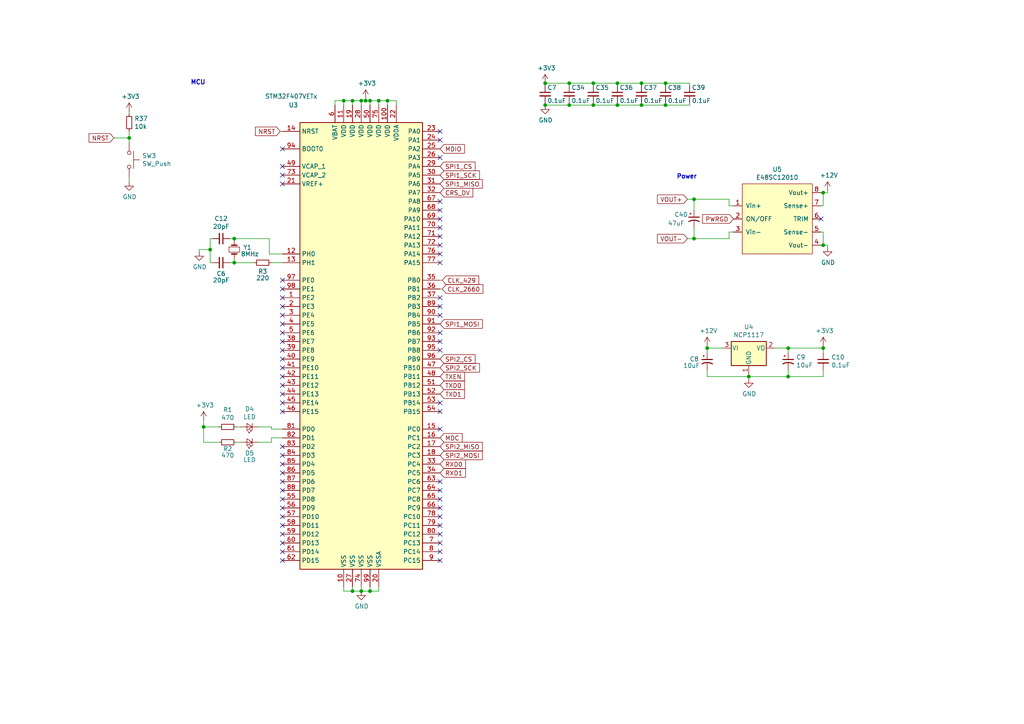
<source format=kicad_sch>
(kicad_sch (version 20211123) (generator eeschema)
  (paper "A4")
  (title_block (title "PoE Stepper Driver") (date "2022-02-22") (rev "1.0") (company "ECE445"))
  (lib_symbols
    (symbol "ECE445:E48SC12010" (pin_names (offset 1.016))
      (property "Reference" "U" (at 0 3.81 0))
      (property "Value" "E48SC12010" (at 0 1.905 0))
      (symbol "E48SC12010_0_1"
        (rectangle (start 0 0) (end 20.32 -20.32) (fill (type background)))
      )
      (symbol "E48SC12010_1_1"
        (pin power_in line (at -2.54 -6.35 0) (length 2.54) (name "Vin+") (number "1"))
        (pin bidirectional line (at -2.54 -10.16 0) (length 2.54) (name "ON/OFF") (number "2"))
        (pin power_in line (at -2.54 -13.97 0) (length 2.54) (name "Vin-") (number "3"))
        (pin power_out line (at 22.86 -17.78 180) (length 2.54) (name "Vout-") (number "4"))
        (pin bidirectional line (at 22.86 -13.97 180) (length 2.54) (name "Sense-") (number "5"))
        (pin bidirectional line (at 22.86 -10.16 180) (length 2.54) (name "TRIM") (number "6"))
        (pin bidirectional line (at 22.86 -6.35 180) (length 2.54) (name "Sense+") (number "7"))
        (pin power_out line (at 22.86 -2.54 180) (length 2.54) (name "Vout+") (number "8"))
      )
    )
    (symbol "MCU_ST_STM32F4:STM32F407VETx"
      (property "Reference" "U" (at -17.78 64.77 0))
      (property "Value" "STM32F407VETx" (at 12.7 64.77 0))
      (symbol "STM32F407VETx_0_1"
        (rectangle (start -17.78 -66.04) (end 17.78 63.5) (stroke (width 0.254)) (fill (type background)))
      )
      (symbol "STM32F407VETx_1_1"
        (pin bidirectional line (at -22.86 12.7 0) (length 5.08) (name "PE2") (number "1"))
        (pin power_in line (at -5.08 -71.12 90) (length 5.08) (name "VSS") (number "10"))
        (pin power_in line (at 7.62 68.58 270) (length 5.08) (name "VDD") (number "100"))
        (pin power_in line (at -5.08 68.58 270) (length 5.08) (name "VDD") (number "11"))
        (pin input line (at -22.86 25.4 0) (length 5.08) (name "PH0") (number "12"))
        (pin input line (at -22.86 22.86 0) (length 5.08) (name "PH1") (number "13"))
        (pin input line (at -22.86 60.96 0) (length 5.08) (name "NRST") (number "14"))
        (pin bidirectional line (at 22.86 -25.4 180) (length 5.08) (name "PC0") (number "15"))
        (pin bidirectional line (at 22.86 -27.94 180) (length 5.08) (name "PC1") (number "16"))
        (pin bidirectional line (at 22.86 -30.48 180) (length 5.08) (name "PC2") (number "17"))
        (pin bidirectional line (at 22.86 -33.02 180) (length 5.08) (name "PC3") (number "18"))
        (pin power_in line (at -2.54 68.58 270) (length 5.08) (name "VDD") (number "19"))
        (pin bidirectional line (at -22.86 10.16 0) (length 5.08) (name "PE3") (number "2"))
        (pin power_in line (at 5.08 -71.12 90) (length 5.08) (name "VSSA") (number "20"))
        (pin power_in line (at -22.86 45.72 0) (length 5.08) (name "VREF+") (number "21"))
        (pin power_in line (at 10.16 68.58 270) (length 5.08) (name "VDDA") (number "22"))
        (pin bidirectional line (at 22.86 60.96 180) (length 5.08) (name "PA0") (number "23"))
        (pin bidirectional line (at 22.86 58.42 180) (length 5.08) (name "PA1") (number "24"))
        (pin bidirectional line (at 22.86 55.88 180) (length 5.08) (name "PA2") (number "25"))
        (pin bidirectional line (at 22.86 53.34 180) (length 5.08) (name "PA3") (number "26"))
        (pin power_in line (at -2.54 -71.12 90) (length 5.08) (name "VSS") (number "27"))
        (pin power_in line (at 0 68.58 270) (length 5.08) (name "VDD") (number "28"))
        (pin bidirectional line (at 22.86 50.8 180) (length 5.08) (name "PA4") (number "29"))
        (pin bidirectional line (at -22.86 7.62 0) (length 5.08) (name "PE4") (number "3"))
        (pin bidirectional line (at 22.86 48.26 180) (length 5.08) (name "PA5") (number "30"))
        (pin bidirectional line (at 22.86 45.72 180) (length 5.08) (name "PA6") (number "31"))
        (pin bidirectional line (at 22.86 43.18 180) (length 5.08) (name "PA7") (number "32"))
        (pin bidirectional line (at 22.86 -35.56 180) (length 5.08) (name "PC4") (number "33"))
        (pin bidirectional line (at 22.86 -38.1 180) (length 5.08) (name "PC5") (number "34"))
        (pin bidirectional line (at 22.86 17.78 180) (length 5.08) (name "PB0") (number "35"))
        (pin bidirectional line (at 22.86 15.24 180) (length 5.08) (name "PB1") (number "36"))
        (pin bidirectional line (at 22.86 12.7 180) (length 5.08) (name "PB2") (number "37"))
        (pin bidirectional line (at -22.86 0 0) (length 5.08) (name "PE7") (number "38"))
        (pin bidirectional line (at -22.86 -2.54 0) (length 5.08) (name "PE8") (number "39"))
        (pin bidirectional line (at -22.86 5.08 0) (length 5.08) (name "PE5") (number "4"))
        (pin bidirectional line (at -22.86 -5.08 0) (length 5.08) (name "PE9") (number "40"))
        (pin bidirectional line (at -22.86 -7.62 0) (length 5.08) (name "PE10") (number "41"))
        (pin bidirectional line (at -22.86 -10.16 0) (length 5.08) (name "PE11") (number "42"))
        (pin bidirectional line (at -22.86 -12.7 0) (length 5.08) (name "PE12") (number "43"))
        (pin bidirectional line (at -22.86 -15.24 0) (length 5.08) (name "PE13") (number "44"))
        (pin bidirectional line (at -22.86 -17.78 0) (length 5.08) (name "PE14") (number "45"))
        (pin bidirectional line (at -22.86 -20.32 0) (length 5.08) (name "PE15") (number "46"))
        (pin bidirectional line (at 22.86 -7.62 180) (length 5.08) (name "PB10") (number "47"))
        (pin bidirectional line (at 22.86 -10.16 180) (length 5.08) (name "PB11") (number "48"))
        (pin power_in line (at -22.86 50.8 0) (length 5.08) (name "VCAP_1") (number "49"))
        (pin bidirectional line (at -22.86 2.54 0) (length 5.08) (name "PE6") (number "5"))
        (pin power_in line (at 2.54 68.58 270) (length 5.08) (name "VDD") (number "50"))
        (pin bidirectional line (at 22.86 -12.7 180) (length 5.08) (name "PB12") (number "51"))
        (pin bidirectional line (at 22.86 -15.24 180) (length 5.08) (name "PB13") (number "52"))
        (pin bidirectional line (at 22.86 -17.78 180) (length 5.08) (name "PB14") (number "53"))
        (pin bidirectional line (at 22.86 -20.32 180) (length 5.08) (name "PB15") (number "54"))
        (pin bidirectional line (at -22.86 -45.72 0) (length 5.08) (name "PD8") (number "55"))
        (pin bidirectional line (at -22.86 -48.26 0) (length 5.08) (name "PD9") (number "56"))
        (pin bidirectional line (at -22.86 -50.8 0) (length 5.08) (name "PD10") (number "57"))
        (pin bidirectional line (at -22.86 -53.34 0) (length 5.08) (name "PD11") (number "58"))
        (pin bidirectional line (at -22.86 -55.88 0) (length 5.08) (name "PD12") (number "59"))
        (pin power_in line (at -7.62 68.58 270) (length 5.08) (name "VBAT") (number "6"))
        (pin bidirectional line (at -22.86 -58.42 0) (length 5.08) (name "PD13") (number "60"))
        (pin bidirectional line (at -22.86 -60.96 0) (length 5.08) (name "PD14") (number "61"))
        (pin bidirectional line (at -22.86 -63.5 0) (length 5.08) (name "PD15") (number "62"))
        (pin bidirectional line (at 22.86 -40.64 180) (length 5.08) (name "PC6") (number "63"))
        (pin bidirectional line (at 22.86 -43.18 180) (length 5.08) (name "PC7") (number "64"))
        (pin bidirectional line (at 22.86 -45.72 180) (length 5.08) (name "PC8") (number "65"))
        (pin bidirectional line (at 22.86 -48.26 180) (length 5.08) (name "PC9") (number "66"))
        (pin bidirectional line (at 22.86 40.64 180) (length 5.08) (name "PA8") (number "67"))
        (pin bidirectional line (at 22.86 38.1 180) (length 5.08) (name "PA9") (number "68"))
        (pin bidirectional line (at 22.86 35.56 180) (length 5.08) (name "PA10") (number "69"))
        (pin bidirectional line (at 22.86 -58.42 180) (length 5.08) (name "PC13") (number "7"))
        (pin bidirectional line (at 22.86 33.02 180) (length 5.08) (name "PA11") (number "70"))
        (pin bidirectional line (at 22.86 30.48 180) (length 5.08) (name "PA12") (number "71"))
        (pin bidirectional line (at 22.86 27.94 180) (length 5.08) (name "PA13") (number "72"))
        (pin power_in line (at -22.86 48.26 0) (length 5.08) (name "VCAP_2") (number "73"))
        (pin power_in line (at 0 -71.12 90) (length 5.08) (name "VSS") (number "74"))
        (pin power_in line (at 5.08 68.58 270) (length 5.08) (name "VDD") (number "75"))
        (pin bidirectional line (at 22.86 25.4 180) (length 5.08) (name "PA14") (number "76"))
        (pin bidirectional line (at 22.86 22.86 180) (length 5.08) (name "PA15") (number "77"))
        (pin bidirectional line (at 22.86 -50.8 180) (length 5.08) (name "PC10") (number "78"))
        (pin bidirectional line (at 22.86 -53.34 180) (length 5.08) (name "PC11") (number "79"))
        (pin bidirectional line (at 22.86 -60.96 180) (length 5.08) (name "PC14") (number "8"))
        (pin bidirectional line (at 22.86 -55.88 180) (length 5.08) (name "PC12") (number "80"))
        (pin bidirectional line (at -22.86 -25.4 0) (length 5.08) (name "PD0") (number "81"))
        (pin bidirectional line (at -22.86 -27.94 0) (length 5.08) (name "PD1") (number "82"))
        (pin bidirectional line (at -22.86 -30.48 0) (length 5.08) (name "PD2") (number "83"))
        (pin bidirectional line (at -22.86 -33.02 0) (length 5.08) (name "PD3") (number "84"))
        (pin bidirectional line (at -22.86 -35.56 0) (length 5.08) (name "PD4") (number "85"))
        (pin bidirectional line (at -22.86 -38.1 0) (length 5.08) (name "PD5") (number "86"))
        (pin bidirectional line (at -22.86 -40.64 0) (length 5.08) (name "PD6") (number "87"))
        (pin bidirectional line (at -22.86 -43.18 0) (length 5.08) (name "PD7") (number "88"))
        (pin bidirectional line (at 22.86 10.16 180) (length 5.08) (name "PB3") (number "89"))
        (pin bidirectional line (at 22.86 -63.5 180) (length 5.08) (name "PC15") (number "9"))
        (pin bidirectional line (at 22.86 7.62 180) (length 5.08) (name "PB4") (number "90"))
        (pin bidirectional line (at 22.86 5.08 180) (length 5.08) (name "PB5") (number "91"))
        (pin bidirectional line (at 22.86 2.54 180) (length 5.08) (name "PB6") (number "92"))
        (pin bidirectional line (at 22.86 0 180) (length 5.08) (name "PB7") (number "93"))
        (pin input line (at -22.86 55.88 0) (length 5.08) (name "BOOT0") (number "94"))
        (pin bidirectional line (at 22.86 -2.54 180) (length 5.08) (name "PB8") (number "95"))
        (pin bidirectional line (at 22.86 -5.08 180) (length 5.08) (name "PB9") (number "96"))
        (pin bidirectional line (at -22.86 17.78 0) (length 5.08) (name "PE0") (number "97"))
        (pin bidirectional line (at -22.86 15.24 0) (length 5.08) (name "PE1") (number "98"))
        (pin power_in line (at 2.54 -71.12 90) (length 5.08) (name "VSS") (number "99"))
      )
    )
    (symbol "Regulator_Linear:NCP1117-3.3_SOT223" (pin_names (offset 0.254))
      (property "Reference" "U" (at -3.81 3.175 0))
      (property "Value" "NCP1117-3.3_SOT223" (at 0 3.175 0))
      (symbol "NCP1117-3.3_SOT223_0_1"
        (rectangle (start -5.08 -5.08) (end 5.08 1.905) (stroke (width 0.254)) (fill (type background)))
      )
      (symbol "NCP1117-3.3_SOT223_1_1"
        (pin power_in line (at 0 -7.62 90) (length 2.54) (name "GND") (number "1"))
        (pin power_out line (at 7.62 0 180) (length 2.54) (name "VO") (number "2"))
        (pin power_in line (at -7.62 0 0) (length 2.54) (name "VI") (number "3"))
      )
    )
    (symbol "Switch:SW_Push" (pin_numbers hide) (pin_names (offset 1.016) hide)
      (property "Reference" "SW" (at 1.27 2.54 0))
      (property "Value" "SW_Push" (at 0 -1.524 0))
      (symbol "SW_Push_0_1"
        (circle (center -2.032 0) (radius 0.508))
        (polyline (pts (xy 0 1.27) (xy 0 3.048)))
        (polyline (pts (xy 2.54 1.27) (xy -2.54 1.27)))
        (circle (center 2.032 0) (radius 0.508))
        (pin passive line (at -5.08 0 0) (length 2.54) (name "1") (number "1"))
        (pin passive line (at 5.08 0 180) (length 2.54) (name "2") (number "2"))
      )
    )
    (symbol "device:CP1_Small" (pin_numbers hide) (pin_names (offset 0.254) hide)
      (property "Reference" "C" (at 0.254 1.778 0))
      (property "Value" "device_CP1_Small" (at 0.254 -2.032 0))
      (symbol "CP1_Small_0_1"
        (polyline (pts (xy -1.524 0.508) (xy 1.524 0.508)) (stroke (width 0.3048)))
        (polyline (pts (xy -1.27 1.524) (xy -0.762 1.524)))
        (polyline (pts (xy -1.016 1.27) (xy -1.016 1.778)))
        (arc (start 1.524 -0.762) (mid 0 -0.3734) (end -1.524 -0.762) (stroke (width 0.3048)))
      )
      (symbol "CP1_Small_1_1"
        (pin passive line (at 0 2.54 270) (length 2.032) (name "~") (number "1"))
        (pin passive line (at 0 -2.54 90) (length 2.032) (name "~") (number "2"))
      )
    )
    (symbol "device:C_Small" (pin_numbers hide) (pin_names (offset 0.254) hide)
      (property "Reference" "C" (at 0.254 1.778 0))
      (property "Value" "device_C_Small" (at 0.254 -2.032 0))
      (symbol "C_Small_0_1"
        (polyline (pts (xy -1.524 -0.508) (xy 1.524 -0.508)) (stroke (width 0.3302)))
        (polyline (pts (xy -1.524 0.508) (xy 1.524 0.508)) (stroke (width 0.3048)))
      )
      (symbol "C_Small_1_1"
        (pin passive line (at 0 2.54 270) (length 2.032) (name "~") (number "1"))
        (pin passive line (at 0 -2.54 90) (length 2.032) (name "~") (number "2"))
      )
    )
    (symbol "device:Crystal_Small" (pin_numbers hide) (pin_names (offset 1.016) hide)
      (property "Reference" "Y" (at 0 2.54 0))
      (property "Value" "device_Crystal_Small" (at 0 -2.54 0))
      (symbol "Crystal_Small_0_1"
        (rectangle (start -0.762 -1.524) (end 0.762 1.524))
        (polyline (pts (xy -1.27 -0.762) (xy -1.27 0.762)) (stroke (width 0.381)))
        (polyline (pts (xy 1.27 -0.762) (xy 1.27 0.762)) (stroke (width 0.381)))
      )
      (symbol "Crystal_Small_1_1"
        (pin passive line (at -2.54 0 0) (length 1.27) (name "1") (number "1"))
        (pin passive line (at 2.54 0 180) (length 1.27) (name "2") (number "2"))
      )
    )
    (symbol "device:LED_Small" (pin_numbers hide) (pin_names (offset 0.254) hide)
      (property "Reference" "D" (at -1.27 3.175 0))
      (property "Value" "device_LED_Small" (at -4.445 -2.54 0))
      (symbol "LED_Small_0_1"
        (polyline (pts (xy -0.762 -1.016) (xy -0.762 1.016)))
        (polyline (pts (xy 1.016 0) (xy -0.762 0)))
        (polyline (pts (xy 0.762 -1.016) (xy -0.762 0) (xy 0.762 1.016) (xy 0.762 -1.016)))
        (polyline (pts (xy 0 0.762) (xy -0.508 1.27) (xy -0.254 1.27) (xy -0.508 1.27) (xy -0.508 1.016)))
        (polyline (pts (xy 0.508 1.27) (xy 0 1.778) (xy 0.254 1.778) (xy 0 1.778) (xy 0 1.524)))
      )
      (symbol "LED_Small_1_1"
        (pin passive line (at -2.54 0 0) (length 1.778) (name "K") (number "1"))
        (pin passive line (at 2.54 0 180) (length 1.778) (name "A") (number "2"))
      )
    )
    (symbol "device:R_Small" (pin_numbers hide) (pin_names (offset 0.254) hide)
      (property "Reference" "R" (at 0.762 0.508 0))
      (property "Value" "device_R_Small" (at 0.762 -1.016 0))
      (symbol "R_Small_0_1"
        (rectangle (start -0.762 1.778) (end 0.762 -1.778) (stroke (width 0.2032)))
      )
      (symbol "R_Small_1_1"
        (pin passive line (at 0 2.54 270) (length 0.762) (name "~") (number "1"))
        (pin passive line (at 0 -2.54 90) (length 0.762) (name "~") (number "2"))
      )
    )
    (symbol "power:+12V" (power) (pin_names (offset 0))
      (property "Value" "+12V" (at 0 3.556 0))
      (symbol "+12V_0_1"
        (polyline (pts (xy -0.762 1.27) (xy 0 2.54)))
        (polyline (pts (xy 0 0) (xy 0 2.54)))
        (polyline (pts (xy 0 2.54) (xy 0.762 1.27)))
      )
      (symbol "+12V_1_1"
        (pin power_in line (at 0 0 90) (length 0) hide (name "+12V") (number "1"))
      )
    )
    (symbol "power:+3V3" (power) (pin_names (offset 0))
      (property "Value" "+3V3" (at 0 3.556 0))
      (symbol "+3V3_0_1"
        (polyline (pts (xy -0.762 1.27) (xy 0 2.54)))
        (polyline (pts (xy 0 0) (xy 0 2.54)))
        (polyline (pts (xy 0 2.54) (xy 0.762 1.27)))
      )
      (symbol "+3V3_1_1"
        (pin power_in line (at 0 0 90) (length 0) hide (name "+3V3") (number "1"))
      )
    )
    (symbol "power:GND" (power) (pin_names (offset 0))
      (property "Value" "GND" (at 0 -3.81 0))
      (symbol "GND_0_1"
        (polyline (pts (xy 0 0) (xy 0 -1.27) (xy 1.27 -1.27) (xy 0 -2.54) (xy -1.27 -1.27) (xy 0 -1.27)))
      )
      (symbol "GND_1_1"
        (pin power_in line (at 0 0 270) (length 0) hide (name "GND") (number "1"))
      )
    )
  )
  (junction (at 201.295 69.215))
  (junction (at 99.695 29.21))
  (junction (at 107.315 29.21))
  (junction (at 228.6 100.965))
  (junction (at 217.17 109.22))
  (junction (at 238.76 55.88))
  (junction (at 172.085 30.48))
  (junction (at 193.04 30.48))
  (junction (at 102.235 29.21))
  (junction (at 67.945 76.2))
  (junction (at 179.07 30.48))
  (junction (at 201.295 57.785))
  (junction (at 102.235 171.45))
  (junction (at 109.855 29.21))
  (junction (at 179.07 24.13))
  (junction (at 158.115 30.48))
  (junction (at 205.105 100.965))
  (junction (at 158.115 24.13))
  (junction (at 238.76 100.965))
  (junction (at 60.96 72.39))
  (junction (at 106.045 29.21))
  (junction (at 186.055 30.48))
  (junction (at 104.775 29.21))
  (junction (at 228.6 109.22))
  (junction (at 165.1 30.48))
  (junction (at 104.775 171.45))
  (junction (at 193.04 24.13))
  (junction (at 59.055 123.825))
  (junction (at 172.085 24.13))
  (junction (at 186.055 24.13))
  (junction (at 37.465 40.005))
  (junction (at 107.315 171.45))
  (junction (at 112.395 29.21))
  (junction (at 67.945 69.215))
  (junction (at 165.1 24.13))
  (junction (at 238.76 71.12))
  (no_connect (at 238.125 63.5))
  (no_connect (at 81.915 106.68))
  (no_connect (at 127.635 88.9))
  (no_connect (at 127.635 86.36))
  (no_connect (at 81.915 142.24))
  (no_connect (at 127.635 101.6))
  (no_connect (at 81.915 104.14))
  (no_connect (at 81.915 129.54))
  (no_connect (at 81.915 137.16))
  (no_connect (at 127.635 144.78))
  (no_connect (at 127.635 40.64))
  (no_connect (at 81.915 53.34))
  (no_connect (at 81.915 114.3))
  (no_connect (at 127.635 96.52))
  (no_connect (at 81.915 152.4))
  (no_connect (at 127.635 116.84))
  (no_connect (at 81.915 160.02))
  (no_connect (at 127.635 60.96))
  (no_connect (at 81.915 157.48))
  (no_connect (at 127.635 73.66))
  (no_connect (at 127.635 63.5))
  (no_connect (at 81.915 93.98))
  (no_connect (at 81.915 144.78))
  (no_connect (at 81.915 81.28))
  (no_connect (at 81.915 147.32))
  (no_connect (at 81.915 134.62))
  (no_connect (at 127.635 139.7))
  (no_connect (at 127.635 157.48))
  (no_connect (at 127.635 124.46))
  (no_connect (at 127.635 99.06))
  (no_connect (at 127.635 66.04))
  (no_connect (at 127.635 160.02))
  (no_connect (at 127.635 71.12))
  (no_connect (at 81.915 139.7))
  (no_connect (at 81.915 119.38))
  (no_connect (at 127.635 149.86))
  (no_connect (at 81.915 50.8))
  (no_connect (at 81.915 101.6))
  (no_connect (at 127.635 142.24))
  (no_connect (at 127.635 154.94))
  (no_connect (at 81.915 111.76))
  (no_connect (at 81.915 116.84))
  (no_connect (at 81.915 149.86))
  (no_connect (at 127.635 38.1))
  (no_connect (at 127.635 68.58))
  (no_connect (at 127.635 58.42))
  (no_connect (at 81.915 162.56))
  (no_connect (at 127.635 152.4))
  (no_connect (at 81.915 86.36))
  (no_connect (at 81.915 43.18))
  (no_connect (at 81.915 154.94))
  (no_connect (at 81.915 132.08))
  (no_connect (at 81.915 99.06))
  (no_connect (at 81.915 48.26))
  (no_connect (at 127.635 91.44))
  (no_connect (at 81.915 109.22))
  (no_connect (at 81.915 96.52))
  (no_connect (at 127.635 45.72))
  (no_connect (at 81.915 88.9))
  (no_connect (at 127.635 147.32))
  (no_connect (at 127.635 119.38))
  (no_connect (at 127.635 162.56))
  (no_connect (at 81.915 91.44))
  (no_connect (at 127.635 76.2))
  (no_connect (at 81.915 83.82))
  (wire (pts (xy 60.96 72.39) (xy 60.96 76.2)))
  (wire (pts (xy 60.96 69.215) (xy 60.96 72.39)))
  (wire (pts (xy 201.295 69.215) (xy 211.455 69.215)))
  (wire (pts (xy 201.295 57.785) (xy 211.455 57.785)))
  (wire (pts (xy 78.105 73.66) (xy 81.915 73.66)))
  (wire (pts (xy 193.04 24.13) (xy 200.025 24.13)))
  (wire (pts (xy 238.76 100.965) (xy 238.76 100.33)))
  (wire (pts (xy 107.315 171.45) (xy 104.775 171.45)))
  (wire (pts (xy 102.235 30.48) (xy 102.235 29.21)))
  (wire (pts (xy 66.675 76.2) (xy 67.945 76.2)))
  (wire (pts (xy 68.58 123.825) (xy 69.85 123.825)))
  (wire (pts (xy 179.07 24.13) (xy 179.07 24.765)))
  (wire (pts (xy 37.465 40.005) (xy 37.465 41.275)))
  (wire (pts (xy 106.045 29.21) (xy 107.315 29.21)))
  (wire (pts (xy 158.115 29.845) (xy 158.115 30.48)))
  (wire (pts (xy 99.695 29.21) (xy 102.235 29.21)))
  (wire (pts (xy 240.03 55.88) (xy 240.03 55.245)))
  (wire (pts (xy 172.085 24.13) (xy 179.07 24.13)))
  (wire (pts (xy 67.945 74.93) (xy 67.945 76.2)))
  (wire (pts (xy 78.74 123.825) (xy 78.74 124.46)))
  (wire (pts (xy 238.76 59.69) (xy 238.125 59.69)))
  (wire (pts (xy 109.855 29.21) (xy 107.315 29.21)))
  (wire (pts (xy 205.105 100.965) (xy 205.105 102.235)))
  (wire (pts (xy 172.085 24.13) (xy 172.085 24.765)))
  (wire (pts (xy 201.295 57.785) (xy 201.295 60.96)))
  (wire (pts (xy 200.025 30.48) (xy 193.04 30.48)))
  (wire (pts (xy 33.02 40.005) (xy 37.465 40.005)))
  (wire (pts (xy 172.085 30.48) (xy 179.07 30.48)))
  (wire (pts (xy 240.03 71.12) (xy 240.03 71.755)))
  (wire (pts (xy 112.395 30.48) (xy 112.395 29.21)))
  (wire (pts (xy 114.935 29.21) (xy 112.395 29.21)))
  (wire (pts (xy 217.17 108.585) (xy 217.17 109.22)))
  (wire (pts (xy 228.6 100.965) (xy 228.6 102.235)))
  (wire (pts (xy 228.6 100.965) (xy 238.76 100.965)))
  (wire (pts (xy 238.76 100.965) (xy 238.76 102.235)))
  (wire (pts (xy 238.125 67.31) (xy 238.76 67.31)))
  (wire (pts (xy 107.315 170.18) (xy 107.315 171.45)))
  (wire (pts (xy 114.935 30.48) (xy 114.935 29.21)))
  (wire (pts (xy 99.695 30.48) (xy 99.695 29.21)))
  (wire (pts (xy 205.105 100.33) (xy 205.105 100.965)))
  (wire (pts (xy 165.1 30.48) (xy 172.085 30.48)))
  (wire (pts (xy 193.04 30.48) (xy 193.04 29.845)))
  (wire (pts (xy 199.39 69.215) (xy 201.295 69.215)))
  (wire (pts (xy 238.76 55.88) (xy 240.03 55.88)))
  (wire (pts (xy 66.675 69.215) (xy 67.945 69.215)))
  (wire (pts (xy 238.76 67.31) (xy 238.76 71.12)))
  (wire (pts (xy 238.125 55.88) (xy 238.76 55.88)))
  (wire (pts (xy 238.76 109.22) (xy 238.76 107.315)))
  (wire (pts (xy 158.115 24.13) (xy 158.115 24.765)))
  (wire (pts (xy 211.455 59.69) (xy 212.725 59.69)))
  (wire (pts (xy 172.085 30.48) (xy 172.085 29.845)))
  (wire (pts (xy 68.58 128.27) (xy 69.85 128.27)))
  (wire (pts (xy 228.6 109.22) (xy 228.6 107.315)))
  (wire (pts (xy 99.695 171.45) (xy 102.235 171.45)))
  (wire (pts (xy 158.115 30.48) (xy 165.1 30.48)))
  (wire (pts (xy 61.595 69.215) (xy 60.96 69.215)))
  (wire (pts (xy 211.455 57.785) (xy 211.455 59.69)))
  (wire (pts (xy 37.465 32.385) (xy 37.465 33.02)))
  (wire (pts (xy 97.155 30.48) (xy 97.155 29.21)))
  (wire (pts (xy 109.855 30.48) (xy 109.855 29.21)))
  (wire (pts (xy 200.025 24.13) (xy 200.025 24.765)))
  (wire (pts (xy 67.945 69.215) (xy 78.105 69.215)))
  (wire (pts (xy 60.96 76.2) (xy 61.595 76.2)))
  (wire (pts (xy 217.17 109.22) (xy 228.6 109.22)))
  (wire (pts (xy 205.105 107.315) (xy 205.105 109.22)))
  (wire (pts (xy 228.6 109.22) (xy 238.76 109.22)))
  (wire (pts (xy 186.055 24.13) (xy 186.055 24.765)))
  (wire (pts (xy 78.74 76.2) (xy 81.915 76.2)))
  (wire (pts (xy 200.025 29.845) (xy 200.025 30.48)))
  (wire (pts (xy 67.945 69.85) (xy 67.945 69.215)))
  (wire (pts (xy 193.04 24.13) (xy 193.04 24.765)))
  (wire (pts (xy 37.465 51.435) (xy 37.465 52.705)))
  (wire (pts (xy 109.855 171.45) (xy 107.315 171.45)))
  (wire (pts (xy 81.28 38.1) (xy 81.915 38.1)))
  (wire (pts (xy 74.93 128.27) (xy 78.74 128.27)))
  (wire (pts (xy 127.635 81.28) (xy 128.27 81.28)))
  (wire (pts (xy 201.295 69.215) (xy 201.295 66.04)))
  (wire (pts (xy 104.775 29.21) (xy 106.045 29.21)))
  (wire (pts (xy 67.945 76.2) (xy 73.66 76.2)))
  (wire (pts (xy 78.105 69.215) (xy 78.105 73.66)))
  (wire (pts (xy 217.17 109.22) (xy 217.17 109.855)))
  (wire (pts (xy 186.055 24.13) (xy 193.04 24.13)))
  (wire (pts (xy 165.1 24.13) (xy 165.1 24.765)))
  (wire (pts (xy 59.055 128.27) (xy 63.5 128.27)))
  (wire (pts (xy 57.785 73.025) (xy 57.785 72.39)))
  (wire (pts (xy 238.76 55.88) (xy 238.76 59.69)))
  (wire (pts (xy 78.74 127) (xy 81.915 127)))
  (wire (pts (xy 59.055 123.825) (xy 59.055 128.27)))
  (wire (pts (xy 102.235 170.18) (xy 102.235 171.45)))
  (wire (pts (xy 37.465 38.1) (xy 37.465 40.005)))
  (wire (pts (xy 211.455 69.215) (xy 211.455 67.31)))
  (wire (pts (xy 165.1 24.13) (xy 172.085 24.13)))
  (wire (pts (xy 78.74 128.27) (xy 78.74 127)))
  (wire (pts (xy 209.55 100.965) (xy 205.105 100.965)))
  (wire (pts (xy 102.235 29.21) (xy 104.775 29.21)))
  (wire (pts (xy 74.93 123.825) (xy 78.74 123.825)))
  (wire (pts (xy 211.455 67.31) (xy 212.725 67.31)))
  (wire (pts (xy 179.07 30.48) (xy 186.055 30.48)))
  (wire (pts (xy 179.07 30.48) (xy 179.07 29.845)))
  (wire (pts (xy 199.39 57.785) (xy 201.295 57.785)))
  (wire (pts (xy 104.775 170.18) (xy 104.775 171.45)))
  (wire (pts (xy 158.115 24.13) (xy 165.1 24.13)))
  (wire (pts (xy 186.055 30.48) (xy 193.04 30.48)))
  (wire (pts (xy 99.695 170.18) (xy 99.695 171.45)))
  (wire (pts (xy 186.055 30.48) (xy 186.055 29.845)))
  (wire (pts (xy 106.045 28.575) (xy 106.045 29.21)))
  (wire (pts (xy 238.76 71.12) (xy 238.125 71.12)))
  (wire (pts (xy 102.235 171.45) (xy 104.775 171.45)))
  (wire (pts (xy 63.5 123.825) (xy 59.055 123.825)))
  (wire (pts (xy 165.1 30.48) (xy 165.1 29.845)))
  (wire (pts (xy 224.79 100.965) (xy 228.6 100.965)))
  (wire (pts (xy 97.155 29.21) (xy 99.695 29.21)))
  (wire (pts (xy 59.055 121.92) (xy 59.055 123.825)))
  (wire (pts (xy 109.855 170.18) (xy 109.855 171.45)))
  (wire (pts (xy 205.105 109.22) (xy 217.17 109.22)))
  (wire (pts (xy 57.785 72.39) (xy 60.96 72.39)))
  (wire (pts (xy 112.395 29.21) (xy 109.855 29.21)))
  (wire (pts (xy 107.315 30.48) (xy 107.315 29.21)))
  (wire (pts (xy 78.74 124.46) (xy 81.915 124.46)))
  (wire (pts (xy 179.07 24.13) (xy 186.055 24.13)))
  (wire (pts (xy 104.775 30.48) (xy 104.775 29.21)))
  (wire (pts (xy 238.76 71.12) (xy 240.03 71.12)))
  (wire (pts (xy 127.635 83.82) (xy 128.27 83.82)))
  (text "Power" (at 196.215 52.07 0) (effects (font (size 1.27 1.27) (thickness 0.254) bold) (justify left bottom)))
  (text "MCU" (at 55.245 24.765 0) (effects (font (size 1.27 1.27) (thickness 0.254) bold) (justify left bottom)))
  (global_label "SPI1_MOSI" (shape input) (at 127.635 93.98 0) (property "Intersheet References" "${INTERSHEET_REFS}" (effects hide)))
  (global_label "CLK_2660" (shape input) (at 128.27 83.82 0) (property "Intersheet References" "${INTERSHEET_REFS}" (effects hide)))
  (global_label "SPI2_SCK" (shape input) (at 127.635 106.68 0) (property "Intersheet References" "${INTERSHEET_REFS}" (effects hide)))
  (global_label "VOUT+" (shape input) (at 199.39 57.785 180) (property "Intersheet References" "${INTERSHEET_REFS}" (effects hide)))
  (global_label "CLK_429" (shape input) (at 128.27 81.28 0) (property "Intersheet References" "${INTERSHEET_REFS}" (effects hide)))
  (global_label "TXEN" (shape input) (at 127.635 109.22 0) (property "Intersheet References" "${INTERSHEET_REFS}" (effects hide)))
  (global_label "RXD0" (shape input) (at 127.635 134.62 0) (property "Intersheet References" "${INTERSHEET_REFS}" (effects hide)))
  (global_label "RXD1" (shape input) (at 127.635 137.16 0) (property "Intersheet References" "${INTERSHEET_REFS}" (effects hide)))
  (global_label "SPI1_SCK" (shape input) (at 127.635 50.8 0) (property "Intersheet References" "${INTERSHEET_REFS}" (effects hide)))
  (global_label "SPI2_CS" (shape input) (at 127.635 104.14 0) (property "Intersheet References" "${INTERSHEET_REFS}" (effects hide)))
  (global_label "NRST" (shape input) (at 81.28 38.1 180) (property "Intersheet References" "${INTERSHEET_REFS}" (effects hide)))
  (global_label "VOUT-" (shape input) (at 199.39 69.215 180) (property "Intersheet References" "${INTERSHEET_REFS}" (effects hide)))
  (global_label "MDC" (shape input) (at 127.635 127 0) (property "Intersheet References" "${INTERSHEET_REFS}" (effects hide)))
  (global_label "PWRGD" (shape input) (at 212.725 63.5 180) (property "Intersheet References" "${INTERSHEET_REFS}" (effects hide)))
  (global_label "NRST" (shape input) (at 33.02 40.005 180) (property "Intersheet References" "${INTERSHEET_REFS}" (effects hide)))
  (global_label "SPI1_MISO" (shape input) (at 127.635 53.34 0) (property "Intersheet References" "${INTERSHEET_REFS}" (effects hide)))
  (global_label "SPI2_MOSI" (shape input) (at 127.635 132.08 0) (property "Intersheet References" "${INTERSHEET_REFS}" (effects hide)))
  (global_label "MDIO" (shape input) (at 127.635 43.18 0) (property "Intersheet References" "${INTERSHEET_REFS}" (effects hide)))
  (global_label "TXD1" (shape input) (at 127.635 114.3 0) (property "Intersheet References" "${INTERSHEET_REFS}" (effects hide)))
  (global_label "SPI1_CS" (shape input) (at 127.635 48.26 0) (property "Intersheet References" "${INTERSHEET_REFS}" (effects hide)))
  (global_label "SPI2_MISO" (shape input) (at 127.635 129.54 0) (property "Intersheet References" "${INTERSHEET_REFS}" (effects hide)))
  (global_label "TXD0" (shape input) (at 127.635 111.76 0) (property "Intersheet References" "${INTERSHEET_REFS}" (effects hide)))
  (global_label "CRS_DV" (shape input) (at 127.635 55.88 0) (property "Intersheet References" "${INTERSHEET_REFS}" (effects hide)))
  (symbol (lib_id "MCU_ST_STM32F4:STM32F407VETx") (at 104.775 99.06 0) (unit 1)
    (property "Reference" "U3" (at 85.09 30.48 0))
    (property "Value" "STM32F407VETx" (at 84.455 27.94 0))
    (property "Footprint" "Package_QFP:LQFP-100_14x14mm_P0.5mm" (effects hide))
    (property "Datasheet" "http://www.st.com/st-web-ui/static/active/en/resource/technical/document/datasheet/DM00037051.pdf" (effects hide))
  )
  (symbol (lib_id "power:GND") (at 104.775 171.45 0) (unit 1)
    (property "Reference" "#PWR07" (effects hide))
    (property "Value" "GND" (at 104.902 175.8442 0))
  )
  (symbol (lib_id "power:+3V3") (at 106.045 28.575 0) (unit 1)
    (property "Reference" "#PWR08" (effects hide))
    (property "Value" "+3V3" (at 106.426 24.1808 0))
  )
  (symbol (lib_id "power:+12V") (at 240.03 55.245 0) (unit 1)
    (property "Reference" "#PWR014" (effects hide))
    (property "Value" "+12V" (at 240.411 50.8508 0))
  )
  (symbol (lib_id "power:GND") (at 240.03 71.755 0) (unit 1)
    (property "Reference" "#PWR015" (effects hide))
    (property "Value" "GND" (at 240.157 76.1492 0))
  )
  (symbol (lib_id "Regulator_Linear:NCP1117-3.3_SOT223") (at 217.17 100.965 0) (unit 1)
    (property "Reference" "U4" (at 217.17 94.8182 0))
    (property "Value" "NCP1117" (at 217.17 97.1296 0))
    (property "Footprint" "Package_TO_SOT_SMD:SOT-223-3_TabPin2" (effects hide))
    (property "Datasheet" "http://www.onsemi.com/pub_link/Collateral/NCP1117-D.PDF" (effects hide))
  )
  (symbol (lib_id "power:GND") (at 217.17 109.855 0) (unit 1)
    (property "Reference" "#PWR012" (effects hide))
    (property "Value" "GND" (at 217.297 114.2492 0))
  )
  (symbol (lib_id "device:CP1_Small") (at 228.6 104.775 0) (unit 1)
    (property "Reference" "C9" (at 230.9114 103.6066 0) (effects (justify left)))
    (property "Value" "10uF" (at 230.9114 105.918 0) (effects (justify left)))
    (property "Footprint" "Capacitor_SMD:CP_Elec_6.3x5.4" (effects hide))
  )
  (symbol (lib_id "device:CP1_Small") (at 205.105 104.775 0) (unit 1)
    (property "Reference" "C8" (at 200.025 104.14 0) (effects (justify left)))
    (property "Value" "10uF" (at 198.12 106.045 0) (effects (justify left)))
    (property "Footprint" "Capacitor_SMD:CP_Elec_6.3x5.4" (effects hide))
  )
  (symbol (lib_id "device:C_Small") (at 158.115 27.305 0) (unit 1)
    (property "Reference" "C7" (at 158.75 25.4 0) (effects (justify left)))
    (property "Value" "0.1uF" (at 158.75 29.21 0) (effects (justify left)))
    (property "Footprint" "Capacitor_SMD:C_0805_2012Metric_Pad1.15x1.40mm_HandSolder" (effects hide))
  )
  (symbol (lib_id "power:GND") (at 158.115 30.48 0) (unit 1)
    (property "Reference" "#PWR010" (effects hide))
    (property "Value" "GND" (at 158.242 34.8742 0))
  )
  (symbol (lib_id "power:+3V3") (at 158.115 24.13 0) (unit 1)
    (property "Reference" "#PWR09" (effects hide))
    (property "Value" "+3V3" (at 158.496 19.7358 0))
  )
  (symbol (lib_id "power:+12V") (at 205.105 100.33 0) (unit 1)
    (property "Reference" "#PWR011" (effects hide))
    (property "Value" "+12V" (at 205.486 95.9358 0))
  )
  (symbol (lib_id "power:+3V3") (at 238.76 100.33 0) (unit 1)
    (property "Reference" "#PWR013" (effects hide))
    (property "Value" "+3V3" (at 239.141 95.9358 0))
  )
  (symbol (lib_id "device:C_Small") (at 238.76 104.775 0) (unit 1)
    (property "Reference" "C10" (at 241.0968 103.6066 0) (effects (justify left)))
    (property "Value" "0.1uF" (at 241.0968 105.918 0) (effects (justify left)))
    (property "Footprint" "Capacitor_SMD:C_0805_2012Metric_Pad1.15x1.40mm_HandSolder" (effects hide))
  )
  (symbol (lib_id "Switch:SW_Push") (at 37.465 46.355 270) (unit 1)
    (property "Reference" "SW3" (at 41.2242 45.1866 90) (effects (justify left)))
    (property "Value" "SW_Push" (at 41.2242 47.498 90) (effects (justify left)))
    (property "Footprint" "Button_Switch_SMD:SW_SPST_B3S-1000" (effects hide))
  )
  (symbol (lib_id "power:GND") (at 37.465 52.705 0) (unit 1)
    (property "Reference" "#PWR052" (effects hide))
    (property "Value" "GND" (at 37.592 57.0992 0))
  )
  (symbol (lib_id "device:R_Small") (at 37.465 35.56 0) (unit 1)
    (property "Reference" "R37" (at 38.9636 34.3916 0) (effects (justify left)))
    (property "Value" "10k" (at 38.9636 36.703 0) (effects (justify left)))
    (property "Footprint" "Resistor_SMD:R_0805_2012Metric_Pad1.15x1.40mm_HandSolder" (effects hide))
  )
  (symbol (lib_id "power:+3V3") (at 37.465 32.385 0) (unit 1)
    (property "Reference" "#PWR051" (effects hide))
    (property "Value" "+3V3" (at 37.846 27.9908 0))
  )
  (symbol (lib_id "device:Crystal_Small") (at 67.945 72.39 270) (unit 1)
    (property "Reference" "Y1" (at 70.485 71.755 90) (effects (justify left)))
    (property "Value" "8MHz" (at 69.85 73.66 90) (effects (justify left)))
    (property "Footprint" "Crystal:Crystal_HC49-4H_Vertical" (effects hide))
  )
  (symbol (lib_id "device:R_Small") (at 76.2 76.2 270) (unit 1)
    (property "Reference" "R3" (at 76.2 78.74 90))
    (property "Value" "220" (at 76.2 80.645 90))
    (property "Footprint" "Resistor_SMD:R_0603_1608Metric_Pad1.05x0.95mm_HandSolder" (effects hide))
  )
  (symbol (lib_id "device:C_Small") (at 64.135 69.215 270) (unit 1)
    (property "Reference" "C12" (at 64.135 63.3984 90))
    (property "Value" "20pF" (at 64.135 65.7098 90))
    (property "Footprint" "Capacitor_SMD:C_0603_1608Metric_Pad1.05x0.95mm_HandSolder" (effects hide))
  )
  (symbol (lib_id "device:C_Small") (at 64.135 76.2 270) (unit 1)
    (property "Reference" "C6" (at 64.135 79.375 90))
    (property "Value" "20pF" (at 64.135 81.28 90))
    (property "Footprint" "Capacitor_SMD:C_0603_1608Metric_Pad1.05x0.95mm_HandSolder" (effects hide))
  )
  (symbol (lib_id "power:GND") (at 57.785 73.025 0) (unit 1)
    (property "Reference" "#PWR05" (effects hide))
    (property "Value" "GND" (at 57.912 77.4192 0))
  )
  (symbol (lib_id "device:CP1_Small") (at 201.295 63.5 0) (unit 1)
    (property "Reference" "C40" (at 195.58 62.23 0) (effects (justify left)))
    (property "Value" "47uF" (at 193.675 64.77 0) (effects (justify left)))
    (property "Footprint" "Capacitor_THT:CP_Radial_D8.0mm_P3.50mm" (effects hide))
  )
  (symbol (lib_id "power:+3V3") (at 59.055 121.92 0) (unit 1)
    (property "Reference" "#PWR06" (effects hide))
    (property "Value" "+3V3" (at 59.436 117.5258 0))
  )
  (symbol (lib_id "device:R_Small") (at 66.04 123.825 270) (unit 1)
    (property "Reference" "R1" (at 66.04 118.8466 90))
    (property "Value" "470" (at 66.04 121.158 90))
    (property "Footprint" "Resistor_SMD:R_0805_2012Metric_Pad1.15x1.40mm_HandSolder" (effects hide))
  )
  (symbol (lib_id "device:LED_Small") (at 72.39 123.825 180) (unit 1)
    (property "Reference" "D4" (at 72.39 118.618 0))
    (property "Value" "LED" (at 72.39 120.9294 0))
    (property "Footprint" "LED_SMD:LED_0805_2012Metric_Pad1.15x1.40mm_HandSolder" (effects hide))
  )
  (symbol (lib_id "device:R_Small") (at 66.04 128.27 270) (unit 1)
    (property "Reference" "R2" (at 66.04 130.175 90))
    (property "Value" "470" (at 66.04 132.08 90))
    (property "Footprint" "Resistor_SMD:R_0805_2012Metric_Pad1.15x1.40mm_HandSolder" (effects hide))
  )
  (symbol (lib_id "device:LED_Small") (at 72.39 128.27 180) (unit 1)
    (property "Reference" "D5" (at 72.39 131.445 0))
    (property "Value" "LED" (at 72.39 133.35 0))
    (property "Footprint" "LED_SMD:LED_0805_2012Metric_Pad1.15x1.40mm_HandSolder" (effects hide))
  )
  (symbol (lib_id "ECE445:E48SC12010") (at 215.265 53.34 0) (unit 1)
    (property "Reference" "U5" (at 225.425 49.149 0))
    (property "Value" "E48SC12010" (at 225.425 51.4604 0))
    (property "Footprint" "PoE_Stepper_Driver:E48SC12010" (effects hide))
  )
  (symbol (lib_id "device:C_Small") (at 165.1 27.305 0) (unit 1)
    (property "Reference" "C34" (at 165.735 25.4 0) (effects (justify left)))
    (property "Value" "0.1uF" (at 165.735 29.21 0) (effects (justify left)))
    (property "Footprint" "Capacitor_SMD:C_0805_2012Metric_Pad1.15x1.40mm_HandSolder" (effects hide))
  )
  (symbol (lib_id "device:C_Small") (at 172.085 27.305 0) (unit 1)
    (property "Reference" "C35" (at 172.72 25.4 0) (effects (justify left)))
    (property "Value" "0.1uF" (at 172.72 29.21 0) (effects (justify left)))
    (property "Footprint" "Capacitor_SMD:C_0805_2012Metric_Pad1.15x1.40mm_HandSolder" (effects hide))
  )
  (symbol (lib_id "device:C_Small") (at 179.07 27.305 0) (unit 1)
    (property "Reference" "C36" (at 179.705 25.4 0) (effects (justify left)))
    (property "Value" "0.1uF" (at 179.705 29.21 0) (effects (justify left)))
    (property "Footprint" "Capacitor_SMD:C_0805_2012Metric_Pad1.15x1.40mm_HandSolder" (effects hide))
  )
  (symbol (lib_id "device:C_Small") (at 186.055 27.305 0) (unit 1)
    (property "Reference" "C37" (at 186.69 25.4 0) (effects (justify left)))
    (property "Value" "0.1uF" (at 186.69 29.21 0) (effects (justify left)))
    (property "Footprint" "Capacitor_SMD:C_0805_2012Metric_Pad1.15x1.40mm_HandSolder" (effects hide))
  )
  (symbol (lib_id "device:C_Small") (at 193.04 27.305 0) (unit 1)
    (property "Reference" "C38" (at 193.675 25.4 0) (effects (justify left)))
    (property "Value" "0.1uF" (at 193.675 29.21 0) (effects (justify left)))
    (property "Footprint" "Capacitor_SMD:C_0805_2012Metric_Pad1.15x1.40mm_HandSolder" (effects hide))
  )
  (symbol (lib_id "device:C_Small") (at 200.025 27.305 0) (unit 1)
    (property "Reference" "C39" (at 200.66 25.4 0) (effects (justify left)))
    (property "Value" "0.1uF" (at 200.66 29.21 0) (effects (justify left)))
    (property "Footprint" "Capacitor_SMD:C_0805_2012Metric_Pad1.15x1.40mm_HandSolder" (effects hide))
  )
  (sheet (at 306.07 24.13) (size 26.035 10.16)
    (property "Sheet name" "Ethernet" (at 306.07 23.4184 0) (effects (justify left bottom)))
    (property "Sheet file" "Ethernet.kicad_sch" (at 306.07 34.8746 0) (effects (justify left top)))
  )
  (sheet (at 306.07 41.275) (size 26.035 6.985)
    (property "Sheet name" "Motor_Control" (at 306.07 40.5634 0) (effects (justify left bottom)))
    (property "Sheet file" "Motor_Control.kicad_sch" (at 306.07 48.8446 0) (effects (justify left top)))
  )
)
</source>
